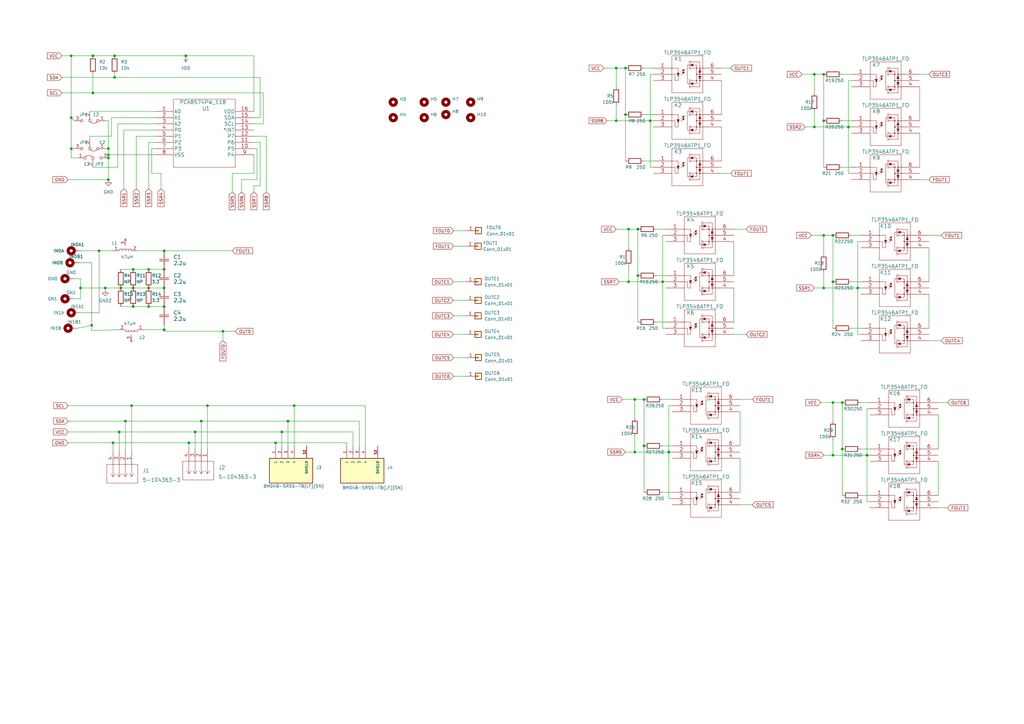
<source format=kicad_sch>
(kicad_sch (version 20230121) (generator eeschema)
  (paper "A3")
  (lib_symbols
    (symbol "5-104363-3:5-104363-3" (pin_names (offset 0.254) hide)
      (property "Reference" "J" (at 8.89 6.35 0))
      (property "Value" "5-104363-3" (at 10.16 -5.08 0))
      (symbol "5-104363-3_1_1"
        (pin unspecified line (at 0 0 0) (length 5.08) (name "1") (number "1"))
        (pin unspecified line (at 0 -2.54 0) (length 5.08) (name "2") (number "2"))
        (pin unspecified line (at 0 -5.08 0) (length 5.08) (name "3") (number "3"))
        (pin unspecified line (at 0 -7.62 0) (length 5.08) (name "4") (number "4"))
      )
    )
    (symbol "BM04B-SRSS-TB_LF__SN_:BM04B-SRSS-TB(LF)(SN)" (pin_names (offset 1.016))
      (property "Reference" "J" (at -5.08 10.795 0))
      (property "Value" "BM04B-SRSS-TB(LF)(SN)" (at -5.08 -10.16 0))
      (symbol "BM04B-SRSS-TB(LF)(SN)_0_0"
        (pin passive line (at -10.16 7.62 0) (length 5.08) (name "1") (number "1"))
        (pin passive line (at -10.16 5.08 0) (length 5.08) (name "2") (number "2"))
        (pin passive line (at -10.16 2.54 0) (length 5.08) (name "3") (number "3"))
        (pin passive line (at -10.16 0 0) (length 5.08) (name "4") (number "4"))
        (pin passive line (at -10.16 -5.08 0) (length 5.08) (name "SHIELD") (number "S1"))
        (pin passive line (at -10.16 -5.08 0) (length 5.08) (name "SHIELD") (number "S2"))
      )
    )
    (symbol "Connector_Generic:Conn_01x01" (pin_names (offset 1.016) hide)
      (property "Reference" "J" (at 0 2.54 0))
      (property "Value" "Conn_01x01" (at 0 -2.54 0))
      (symbol "Conn_01x01_1_1"
        (pin passive line (at -5.08 0 0) (length 3.81) (name "Pin_1") (number "1"))
      )
    )
    (symbol "Device:R" (pin_numbers hide) (pin_names (offset 0))
      (property "Reference" "R" (at 2.032 0 90))
      (property "Value" "R" (at 0 0 90))
      (symbol "R_1_1"
        (pin passive line (at 0 3.81 270) (length 1.27) (name "~") (number "1"))
        (pin passive line (at 0 -3.81 90) (length 1.27) (name "~") (number "2"))
      )
    )
    (symbol "ECW-F2395JA:ECW-F2395JA" (pin_numbers hide) (pin_names (offset 1.651) hide)
      (property "Reference" "C" (at 3.81 3.81 0))
      (property "Value" "ECW-F2395JA" (at 3.81 -7.62 0))
      (symbol "ECW-F2395JA_1_1"
        (pin unspecified line (at 0 0 0) (length 2.54) (name "1") (number "1"))
        (pin unspecified line (at 7.62 0 180) (length 2.54) (name "2") (number "2"))
      )
    )
    (symbol "Jumper:Jumper_3_Bridged12" (pin_names (offset 0) hide)
      (property "Reference" "JP" (at -2.54 -2.54 0))
      (property "Value" "Jumper_3_Bridged12" (at 0 2.794 0))
      (symbol "Jumper_3_Bridged12_1_1"
        (pin passive line (at -6.35 0 0) (length 2.54) (name "A") (number "1"))
        (pin passive line (at 0 -3.81 90) (length 2.54) (name "C") (number "2"))
        (pin passive line (at 6.35 0 180) (length 2.54) (name "B") (number "3"))
      )
    )
    (symbol "Mechanical:MountingHole" (pin_names (offset 1.016))
      (property "Reference" "H" (at 0 5.08 0))
      (property "Value" "MountingHole" (at 0 3.175 0))
    )
    (symbol "Mechanical:MountingHole_Pad" (pin_numbers hide) (pin_names (offset 1.016) hide)
      (property "Reference" "H" (at 0 6.35 0))
      (property "Value" "MountingHole_Pad" (at 0 4.445 0))
      (symbol "MountingHole_Pad_1_1"
        (pin input line (at 0 -2.54 90) (length 2.54) (name "1") (number "1"))
      )
    )
    (symbol "PCA8574PW_118:PCA8574PW_118" (pin_names (offset 0.254))
      (property "Reference" "U" (at 20.32 10.16 0))
      (property "Value" "PCA8574PW_118" (at 20.32 7.62 0))
      (symbol "PCA8574PW_118_1_1"
        (pin input line (at 0 0 0) (length 7.62) (name "A0") (number "1"))
        (pin bidirectional line (at 40.64 -15.24 180) (length 7.62) (name "P5") (number "10"))
        (pin bidirectional line (at 40.64 -12.7 180) (length 7.62) (name "P6") (number "11"))
        (pin bidirectional line (at 40.64 -10.16 180) (length 7.62) (name "P7") (number "12"))
        (pin output line (at 40.64 -7.62 180) (length 7.62) (name "*INT") (number "13"))
        (pin input line (at 40.64 -5.08 180) (length 7.62) (name "SCL") (number "14"))
        (pin bidirectional line (at 40.64 -2.54 180) (length 7.62) (name "SDA") (number "15"))
        (pin power_in line (at 40.64 0 180) (length 7.62) (name "VDD") (number "16"))
        (pin input line (at 0 -2.54 0) (length 7.62) (name "A1") (number "2"))
        (pin input line (at 0 -5.08 0) (length 7.62) (name "A2") (number "3"))
        (pin bidirectional line (at 0 -7.62 0) (length 7.62) (name "P0") (number "4"))
        (pin bidirectional line (at 0 -10.16 0) (length 7.62) (name "P1") (number "5"))
        (pin bidirectional line (at 0 -12.7 0) (length 7.62) (name "P2") (number "6"))
        (pin bidirectional line (at 0 -15.24 0) (length 7.62) (name "P3") (number "7"))
        (pin power_in line (at 0 -17.78 0) (length 7.62) (name "VSS") (number "8"))
        (pin bidirectional line (at 40.64 -17.78 180) (length 7.62) (name "P4") (number "9"))
      )
    )
    (symbol "TLP3546ATP1_FO:TLP3546ATP1_FO" (pin_names (offset 0.254) hide)
      (property "Reference" "K" (at 13.97 10.16 0))
      (property "Value" "TLP3546ATP1_FO" (at 13.97 7.62 0))
      (symbol "TLP3546ATP1_FO_1_1"
        (pin unspecified line (at 0 0 0) (length 7.62) (name "1") (number "1"))
        (pin unspecified line (at 0 -2.54 0) (length 7.62) (name "2") (number "2"))
        (pin unspecified line (at 0 -5.08 0) (length 7.62) (name "3") (number "3"))
        (pin unspecified line (at 27.94 -5.08 180) (length 7.62) (name "4") (number "4"))
        (pin unspecified line (at 27.94 -2.54 180) (length 7.62) (name "5") (number "5"))
        (pin unspecified line (at 27.94 0 180) (length 7.62) (name "6") (number "6"))
      )
    )
    (symbol "WE74443634700:WE74443634700"
      (property "Reference" "L" (at -1.778 3.556 0))
      (property "Value" "WE74443634700" (at 0.508 0.508 0))
      (symbol "WE74443634700_1_1"
        (pin passive line (at 5.08 -3.048 180) (length 2.54) (name "") (number "1"))
        (pin passive line (at -5.08 -3.048 0) (length 2.54) (name "") (number "2"))
        (pin no_connect line (at 0 -7.62 90) (length 2.54) (name "") (number "3"))
      )
    )
    (symbol "power:GND" (power) (pin_names (offset 0))
      (property "Value" "GND" (at 0 -3.81 0))
      (symbol "GND_1_1"
        (pin power_in line (at 0 0 270) (length 0) hide (name "GND") (number "1"))
      )
    )
    (symbol "power:GND2" (power) (pin_names (offset 0))
      (property "Value" "GND2" (at 0 -3.81 0))
      (symbol "GND2_1_1"
        (pin power_in line (at 0 0 270) (length 0) hide (name "GND2") (number "1"))
      )
    )
    (symbol "power:VDD" (power) (pin_names (offset 0))
      (property "Value" "VDD" (at 0 3.81 0))
      (symbol "VDD_1_1"
        (pin power_in line (at 0 0 90) (length 0) hide (name "VDD") (number "1"))
      )
    )
  )
  (junction (at 67.31 110.49))
  (junction (at 80.01 177.165))
  (junction (at 44.45 73.66))
  (junction (at 351.79 118.11))
  (junction (at 264.16 182.88))
  (junction (at 264.16 163.83))
  (junction (at 46.355 181.61))
  (junction (at 29.21 48.26))
  (junction (at 54.61 110.49))
  (junction (at 341.63 115.57))
  (junction (at 341.63 96.52))
  (junction (at 347.98 52.07))
  (junction (at 257.81 93.98))
  (junction (at 40.64 102.87))
  (junction (at 252.73 27.94))
  (junction (at 274.32 185.42))
  (junction (at 256.54 46.99))
  (junction (at 54.61 118.11))
  (junction (at 60.96 110.49))
  (junction (at 38.1 22.86))
  (junction (at 334.01 52.07))
  (junction (at 54.61 125.73))
  (junction (at 118.11 172.72))
  (junction (at 67.31 125.73))
  (junction (at 67.31 102.87))
  (junction (at 260.35 163.83))
  (junction (at 60.96 118.11))
  (junction (at 337.82 96.52))
  (junction (at 67.31 118.11))
  (junction (at 260.35 185.42))
  (junction (at 261.62 113.03))
  (junction (at 337.82 30.48))
  (junction (at 91.44 135.89))
  (junction (at 38.1 38.1))
  (junction (at 341.63 186.69))
  (junction (at 53.975 166.37))
  (junction (at 115.57 177.165))
  (junction (at 261.62 93.98))
  (junction (at 44.45 64.77))
  (junction (at 120.65 166.37))
  (junction (at 46.99 22.86))
  (junction (at 29.21 60.96))
  (junction (at 44.45 60.96))
  (junction (at 48.895 177.165))
  (junction (at 355.6 186.69))
  (junction (at 271.78 115.57))
  (junction (at 44.45 63.5))
  (junction (at 46.99 31.75))
  (junction (at 334.01 30.48))
  (junction (at 29.21 22.86))
  (junction (at 77.47 181.61))
  (junction (at 113.03 181.61))
  (junction (at 252.73 49.53))
  (junction (at 256.54 27.94))
  (junction (at 337.82 118.11))
  (junction (at 60.96 125.73))
  (junction (at 76.2 22.86))
  (junction (at 37.592 133.4262))
  (junction (at 266.7 49.53))
  (junction (at 341.63 165.1))
  (junction (at 51.435 172.72))
  (junction (at 33.02 118.11))
  (junction (at 345.44 184.15))
  (junction (at 337.82 49.53))
  (junction (at 345.44 165.1))
  (junction (at 82.55 172.72))
  (junction (at 67.31 135.255))
  (junction (at 85.09 166.37))
  (junction (at 257.81 115.57))
  (junction (at 49.53 118.11))
  (junction (at 43.18 118.11))
  (wire (pts (xy 48.768 135.255) (xy 37.592 135.5598)))
  (wire (pts (xy 53.975 166.37) (xy 85.09 166.37)))
  (wire (pts (xy 51.435 172.72) (xy 51.435 185.42)))
  (wire (pts (xy 54.61 118.11) (xy 60.96 118.11)))
  (wire (pts (xy 337.82 96.52) (xy 337.82 104.14)))
  (wire (pts (xy 107.95 38.1) (xy 107.95 50.8)))
  (wire (pts (xy 45.72 48.26) (xy 63.5 48.26)))
  (wire (pts (xy 295.91 27.94) (xy 299.72 27.94)))
  (wire (pts (xy 85.09 166.37) (xy 120.65 166.37)))
  (wire (pts (xy 185.928 123.19) (xy 191.008 123.19)))
  (wire (pts (xy 62.23 71.12) (xy 66.04 71.12)))
  (wire (pts (xy 33.02 102.87) (xy 40.64 102.87)))
  (wire (pts (xy 29.21 22.86) (xy 38.1 22.86)))
  (wire (pts (xy 120.65 166.37) (xy 149.86 166.37)))
  (wire (pts (xy 271.78 163.83) (xy 275.59 163.83)))
  (wire (pts (xy 355.6 167.64) (xy 356.87 167.64)))
  (wire (pts (xy 381 101.6) (xy 381 115.57)))
  (wire (pts (xy 349.25 96.52) (xy 353.06 96.52)))
  (wire (pts (xy 271.78 201.93) (xy 275.59 201.93)))
  (wire (pts (xy 38.1 68.58) (xy 48.26 68.58)))
  (wire (pts (xy 351.79 99.06) (xy 353.06 99.06)))
  (wire (pts (xy 63.5 58.42) (xy 60.96 58.42)))
  (wire (pts (xy 33.02 128.27) (xy 40.64 128.27)))
  (wire (pts (xy 252.73 27.94) (xy 252.73 35.56)))
  (wire (pts (xy 31.75 134.62) (xy 37.592 133.4262)))
  (wire (pts (xy 328.93 30.48) (xy 334.01 30.48)))
  (wire (pts (xy 46.99 31.75) (xy 106.68 31.75)))
  (wire (pts (xy 347.98 52.07) (xy 347.98 33.02)))
  (wire (pts (xy 27.94 166.37) (xy 53.975 166.37)))
  (wire (pts (xy 118.11 172.72) (xy 147.32 172.72)))
  (wire (pts (xy 303.53 163.83) (xy 308.61 163.83)))
  (wire (pts (xy 36.83 55.88) (xy 45.72 55.88)))
  (wire (pts (xy 46.355 181.61) (xy 77.47 181.61)))
  (wire (pts (xy 300.99 99.06) (xy 300.99 113.03)))
  (wire (pts (xy 255.27 163.83) (xy 260.35 163.83)))
  (wire (pts (xy 351.79 137.16) (xy 351.79 118.11)))
  (wire (pts (xy 269.24 132.08) (xy 273.05 132.08)))
  (wire (pts (xy 303.53 207.01) (xy 308.61 207.01)))
  (wire (pts (xy 261.62 113.03) (xy 261.62 132.08)))
  (wire (pts (xy 341.63 96.52) (xy 341.63 115.57)))
  (wire (pts (xy 62.23 60.96) (xy 63.5 60.96)))
  (wire (pts (xy 56.515 102.87) (xy 67.31 102.87)))
  (wire (pts (xy 334.01 30.48) (xy 334.01 38.1)))
  (wire (pts (xy 29.21 60.96) (xy 30.48 60.96)))
  (wire (pts (xy 264.16 46.99) (xy 267.97 46.99)))
  (wire (pts (xy 274.32 204.47) (xy 274.32 185.42)))
  (wire (pts (xy 104.14 58.42) (xy 106.68 58.42)))
  (wire (pts (xy 106.68 31.75) (xy 106.68 48.26)))
  (wire (pts (xy 341.63 165.1) (xy 345.44 165.1)))
  (wire (pts (xy 33.02 118.11) (xy 43.18 118.11)))
  (wire (pts (xy 43.18 60.96) (xy 44.45 60.96)))
  (wire (pts (xy 113.03 182.88) (xy 113.03 181.61)))
  (wire (pts (xy 254 115.57) (xy 257.81 115.57)))
  (wire (pts (xy 274.32 166.37) (xy 275.59 166.37)))
  (wire (pts (xy 25.4 31.75) (xy 46.99 31.75)))
  (wire (pts (xy 351.79 118.11) (xy 353.06 118.11)))
  (wire (pts (xy 105.41 73.66) (xy 99.06 73.66)))
  (wire (pts (xy 48.895 177.165) (xy 80.01 177.165)))
  (wire (pts (xy 345.44 49.53) (xy 349.25 49.53)))
  (wire (pts (xy 50.8 53.34) (xy 50.8 77.47)))
  (wire (pts (xy 384.81 170.18) (xy 384.81 184.15)))
  (wire (pts (xy 261.62 93.98) (xy 261.62 113.03)))
  (wire (pts (xy 51.435 172.72) (xy 82.55 172.72)))
  (wire (pts (xy 49.53 125.73) (xy 54.61 125.73)))
  (wire (pts (xy 67.31 133.35) (xy 67.31 135.255)))
  (wire (pts (xy 185.928 129.54) (xy 191.008 129.54)))
  (wire (pts (xy 144.78 177.165) (xy 144.78 182.88)))
  (wire (pts (xy 345.44 30.48) (xy 349.25 30.48)))
  (wire (pts (xy 269.24 113.03) (xy 273.05 113.03)))
  (wire (pts (xy 49.53 118.11) (xy 54.61 118.11)))
  (wire (pts (xy 37.592 107.7722) (xy 37.592 133.4262)))
  (wire (pts (xy 60.96 125.73) (xy 67.31 125.73)))
  (wire (pts (xy 353.06 184.15) (xy 356.87 184.15)))
  (wire (pts (xy 118.11 172.72) (xy 118.11 182.88)))
  (wire (pts (xy 252.73 49.53) (xy 266.7 49.53)))
  (wire (pts (xy 54.61 125.73) (xy 60.96 125.73)))
  (wire (pts (xy 80.01 177.165) (xy 115.57 177.165)))
  (wire (pts (xy 29.21 48.26) (xy 30.48 49.53)))
  (wire (pts (xy 353.06 203.2) (xy 356.87 203.2)))
  (wire (pts (xy 377.19 30.48) (xy 381 30.48)))
  (wire (pts (xy 115.57 177.165) (xy 144.78 177.165)))
  (wire (pts (xy 334.01 45.72) (xy 334.01 52.07)))
  (wire (pts (xy 185.928 115.57) (xy 191.008 115.57)))
  (wire (pts (xy 46.355 181.61) (xy 46.355 185.42)))
  (wire (pts (xy 44.45 63.5) (xy 44.45 64.77)))
  (wire (pts (xy 377.19 73.66) (xy 381 73.66)))
  (wire (pts (xy 349.25 115.57) (xy 353.06 115.57)))
  (wire (pts (xy 105.41 60.96) (xy 105.41 73.66)))
  (wire (pts (xy 274.32 185.42) (xy 275.59 185.42)))
  (wire (pts (xy 353.06 137.16) (xy 351.79 137.16)))
  (wire (pts (xy 267.97 68.58) (xy 266.7 68.58)))
  (wire (pts (xy 330.2 52.07) (xy 334.01 52.07)))
  (wire (pts (xy 186.055 94.615) (xy 191.135 94.615)))
  (wire (pts (xy 337.82 96.52) (xy 341.63 96.52)))
  (wire (pts (xy 341.63 180.34) (xy 341.63 186.69)))
  (wire (pts (xy 341.63 186.69) (xy 355.6 186.69)))
  (wire (pts (xy 381 120.65) (xy 381 134.62)))
  (wire (pts (xy 381 139.7) (xy 386.08 139.7)))
  (wire (pts (xy 345.44 184.15) (xy 345.44 203.2)))
  (wire (pts (xy 63.5 55.88) (xy 55.88 55.88)))
  (wire (pts (xy 30.48 122.555) (xy 33.02 122.555)))
  (wire (pts (xy 82.55 172.72) (xy 118.11 172.72)))
  (wire (pts (xy 104.14 71.12) (xy 95.25 71.12)))
  (wire (pts (xy 353.06 165.1) (xy 356.87 165.1)))
  (wire (pts (xy 67.31 135.89) (xy 91.44 135.89)))
  (wire (pts (xy 106.68 48.26) (xy 104.14 48.26)))
  (wire (pts (xy 337.82 186.69) (xy 341.63 186.69)))
  (wire (pts (xy 38.1 38.1) (xy 107.95 38.1)))
  (wire (pts (xy 257.81 93.98) (xy 257.81 101.6)))
  (wire (pts (xy 300.99 93.98) (xy 306.07 93.98)))
  (wire (pts (xy 303.53 187.96) (xy 303.53 201.93)))
  (wire (pts (xy 356.87 205.74) (xy 355.6 205.74)))
  (wire (pts (xy 115.57 177.165) (xy 115.57 182.88)))
  (wire (pts (xy 334.01 52.07) (xy 347.98 52.07)))
  (wire (pts (xy 66.04 71.12) (xy 66.04 77.47)))
  (wire (pts (xy 43.18 118.872) (xy 43.18 118.11)))
  (wire (pts (xy 337.82 30.48) (xy 337.82 49.53)))
  (wire (pts (xy 271.78 115.57) (xy 273.05 115.57)))
  (wire (pts (xy 266.7 49.53) (xy 267.97 49.53)))
  (wire (pts (xy 252.73 93.98) (xy 257.81 93.98)))
  (wire (pts (xy 256.54 46.99) (xy 256.54 66.04)))
  (wire (pts (xy 109.22 55.88) (xy 109.22 78.74)))
  (wire (pts (xy 271.78 96.52) (xy 273.05 96.52)))
  (wire (pts (xy 351.79 118.11) (xy 351.79 99.06)))
  (wire (pts (xy 67.31 135.255) (xy 67.31 135.89)))
  (wire (pts (xy 334.01 30.48) (xy 337.82 30.48)))
  (wire (pts (xy 106.68 58.42) (xy 106.68 76.2)))
  (wire (pts (xy 295.91 33.02) (xy 295.91 46.99)))
  (wire (pts (xy 266.7 30.48) (xy 267.97 30.48)))
  (wire (pts (xy 271.78 134.62) (xy 271.78 115.57)))
  (wire (pts (xy 49.53 110.49) (xy 54.61 110.49)))
  (wire (pts (xy 247.65 27.94) (xy 252.73 27.94)))
  (wire (pts (xy 381 96.52) (xy 386.08 96.52)))
  (wire (pts (xy 106.68 76.2) (xy 104.14 76.2)))
  (wire (pts (xy 274.32 185.42) (xy 274.32 166.37)))
  (wire (pts (xy 147.32 172.72) (xy 147.32 182.88)))
  (wire (pts (xy 40.64 102.87) (xy 46.355 102.87)))
  (wire (pts (xy 40.64 128.27) (xy 40.64 102.87)))
  (wire (pts (xy 347.98 52.07) (xy 349.25 52.07)))
  (wire (pts (xy 120.65 166.37) (xy 120.65 182.88)))
  (wire (pts (xy 33.02 118.11) (xy 33.02 122.555)))
  (wire (pts (xy 271.78 115.57) (xy 271.78 96.52)))
  (wire (pts (xy 60.96 110.49) (xy 67.31 110.49)))
  (wire (pts (xy 30.48 114.3) (xy 33.02 114.3)))
  (wire (pts (xy 271.78 182.88) (xy 275.59 182.88)))
  (wire (pts (xy 95.25 71.12) (xy 95.25 78.74)))
  (wire (pts (xy 334.01 118.11) (xy 337.82 118.11)))
  (wire (pts (xy 186.055 100.965) (xy 191.008 100.965)))
  (wire (pts (xy 77.47 181.61) (xy 77.47 184.15)))
  (wire (pts (xy 91.44 135.89) (xy 96.52 135.89)))
  (wire (pts (xy 43.18 118.11) (xy 49.53 118.11)))
  (wire (pts (xy 54.61 110.49) (xy 60.96 110.49)))
  (wire (pts (xy 384.81 189.23) (xy 384.81 203.2)))
  (wire (pts (xy 273.05 134.62) (xy 271.78 134.62)))
  (wire (pts (xy 345.44 165.1) (xy 345.44 184.15)))
  (wire (pts (xy 264.16 182.88) (xy 264.16 201.93)))
  (wire (pts (xy 48.895 177.165) (xy 27.94 177.165)))
  (wire (pts (xy 149.86 166.37) (xy 149.86 182.88)))
  (wire (pts (xy 104.14 63.5) (xy 104.14 71.12)))
  (wire (pts (xy 85.09 166.37) (xy 85.09 184.15)))
  (wire (pts (xy 355.6 186.69) (xy 356.87 186.69)))
  (wire (pts (xy 36.83 57.15) (xy 36.83 55.88)))
  (wire (pts (xy 44.45 60.96) (xy 44.45 63.5)))
  (wire (pts (xy 60.96 118.11) (xy 67.31 118.11)))
  (wire (pts (xy 377.19 35.56) (xy 377.19 49.53)))
  (wire (pts (xy 38.1 22.86) (xy 46.99 22.86)))
  (wire (pts (xy 260.35 185.42) (xy 274.32 185.42)))
  (wire (pts (xy 337.82 111.76) (xy 337.82 118.11)))
  (wire (pts (xy 63.5 53.34) (xy 50.8 53.34)))
  (wire (pts (xy 355.6 205.74) (xy 355.6 186.69)))
  (wire (pts (xy 33.02 114.3) (xy 33.02 118.11)))
  (wire (pts (xy 44.45 63.5) (xy 63.5 63.5)))
  (wire (pts (xy 337.82 118.11) (xy 351.79 118.11)))
  (wire (pts (xy 347.98 33.02) (xy 349.25 33.02)))
  (wire (pts (xy 27.94 181.61) (xy 46.355 181.61)))
  (wire (pts (xy 260.35 163.83) (xy 264.16 163.83)))
  (wire (pts (xy 264.16 66.04) (xy 267.97 66.04)))
  (wire (pts (xy 82.55 172.72) (xy 82.55 184.15)))
  (wire (pts (xy 186.055 146.685) (xy 191.135 146.685)))
  (wire (pts (xy 345.44 68.58) (xy 349.25 68.58)))
  (wire (pts (xy 44.45 64.77) (xy 44.45 73.66)))
  (wire (pts (xy 186.055 154.305) (xy 191.135 154.305)))
  (wire (pts (xy 48.895 177.165) (xy 48.895 185.42)))
  (wire (pts (xy 295.91 71.12) (xy 299.72 71.12)))
  (wire (pts (xy 48.26 50.8) (xy 63.5 50.8)))
  (wire (pts (xy 32.512 107.7722) (xy 37.592 107.7722)))
  (wire (pts (xy 275.59 204.47) (xy 274.32 204.47)))
  (wire (pts (xy 295.91 52.07) (xy 295.91 66.04)))
  (wire (pts (xy 25.4 22.86) (xy 29.21 22.86)))
  (wire (pts (xy 341.63 165.1) (xy 341.63 172.72)))
  (wire (pts (xy 260.35 163.83) (xy 260.35 171.45)))
  (wire (pts (xy 29.21 22.86) (xy 29.21 48.26)))
  (wire (pts (xy 384.81 165.1) (xy 388.62 165.1)))
  (wire (pts (xy 260.35 179.07) (xy 260.35 185.42)))
  (wire (pts (xy 332.74 96.52) (xy 337.82 96.52)))
  (wire (pts (xy 269.24 93.98) (xy 273.05 93.98)))
  (wire (pts (xy 55.88 55.88) (xy 55.88 77.47)))
  (wire (pts (xy 257.81 115.57) (xy 271.78 115.57)))
  (wire (pts (xy 248.92 49.53) (xy 252.73 49.53)))
  (wire (pts (xy 43.18 49.53) (xy 44.45 49.53)))
  (wire (pts (xy 45.72 55.88) (xy 45.72 48.26)))
  (wire (pts (xy 38.1 30.48) (xy 38.1 38.1)))
  (wire (pts (xy 76.2 22.86) (xy 46.99 22.86)))
  (wire (pts (xy 377.19 54.61) (xy 377.19 68.58)))
  (wire (pts (xy 252.73 43.18) (xy 252.73 49.53)))
  (wire (pts (xy 142.24 182.88) (xy 142.24 181.61)))
  (wire (pts (xy 104.14 22.86) (xy 76.2 22.86)))
  (wire (pts (xy 37.592 133.4262) (xy 37.592 135.5598)))
  (wire (pts (xy 29.21 48.26) (xy 29.21 60.96)))
  (wire (pts (xy 252.73 27.94) (xy 256.54 27.94)))
  (wire (pts (xy 46.99 30.48) (xy 46.99 31.75)))
  (wire (pts (xy 266.7 68.58) (xy 266.7 49.53)))
  (wire (pts (xy 48.26 68.58) (xy 48.26 50.8)))
  (wire (pts (xy 80.01 184.15) (xy 80.01 177.165)))
  (wire (pts (xy 355.6 186.69) (xy 355.6 167.64)))
  (wire (pts (xy 341.63 115.57) (xy 341.63 134.62)))
  (wire (pts (xy 257.81 109.22) (xy 257.81 115.57)))
  (wire (pts (xy 300.99 137.16) (xy 306.07 137.16)))
  (wire (pts (xy 347.98 71.12) (xy 347.98 52.07)))
  (wire (pts (xy 185.928 137.16) (xy 191.008 137.16)))
  (wire (pts (xy 62.23 60.96) (xy 62.23 71.12)))
  (wire (pts (xy 27.94 172.72) (xy 51.435 172.72)))
  (wire (pts (xy 384.81 208.28) (xy 388.62 208.28)))
  (wire (pts (xy 36.83 45.72) (xy 63.5 45.72)))
  (wire (pts (xy 256.54 27.94) (xy 256.54 46.99)))
  (wire (pts (xy 25.4 38.1) (xy 38.1 38.1)))
  (wire (pts (xy 99.06 73.66) (xy 99.06 78.74)))
  (wire (pts (xy 31.75 64.77) (xy 29.21 64.77)))
  (wire (pts (xy 142.24 181.61) (xy 113.03 181.61)))
  (wire (pts (xy 107.95 50.8) (xy 104.14 50.8)))
  (wire (pts (xy 256.54 185.42) (xy 260.35 185.42)))
  (wire (pts (xy 91.44 135.89) (xy 91.44 139.7)))
  (wire (pts (xy 104.14 22.86) (xy 104.14 45.72)))
  (wire (pts (xy 257.81 93.98) (xy 261.62 93.98)))
  (wire (pts (xy 104.14 55.88) (xy 109.22 55.88)))
  (wire (pts (xy 29.21 64.77) (xy 29.21 60.96)))
  (wire (pts (xy 77.47 181.61) (xy 113.03 181.61)))
  (wire (pts (xy 337.82 49.53) (xy 337.82 68.58)))
  (wire (pts (xy 336.55 165.1) (xy 341.63 165.1)))
  (wire (pts (xy 300.99 118.11) (xy 300.99 132.08)))
  (wire (pts (xy 27.94 73.66) (xy 44.45 73.66)))
  (wire (pts (xy 349.25 71.12) (xy 347.98 71.12)))
  (wire (pts (xy 264.16 163.83) (xy 264.16 182.88)))
  (wire (pts (xy 266.7 49.53) (xy 266.7 30.48)))
  (wire (pts (xy 104.14 76.2) (xy 104.14 78.74)))
  (wire (pts (xy 104.14 60.96) (xy 105.41 60.96)))
  (wire (pts (xy 349.25 134.62) (xy 353.06 134.62)))
  (wire (pts (xy 67.31 102.87) (xy 95.25 102.87)))
  (wire (pts (xy 264.16 27.94) (xy 267.97 27.94)))
  (wire (pts (xy 44.45 49.53) (xy 44.45 60.96)))
  (wire (pts (xy 60.96 58.42) (xy 60.96 77.47)))
  (wire (pts (xy 53.975 166.37) (xy 53.975 185.42)))
  (wire (pts (xy 303.53 168.91) (xy 303.53 182.88)))
  (wire (pts (xy 58.928 135.255) (xy 67.31 135.255)))
  (global_label "VCC" (shape input) (at 27.94 177.165 180) (property "Intersheetrefs" "${INTERSHEET_REFS}" (effects hide)))
  (global_label "SCL" (shape input) (at 25.4 38.1 180) (property "Intersheetrefs" "${INTERSHEET_REFS}" (effects hide)))
  (global_label "FOUT0" (shape input) (at 186.055 94.615 180) (property "Intersheetrefs" "${INTERSHEET_REFS}" (effects hide)))
  (global_label "SSR7" (shape input) (at 104.14 78.74 270) (property "Intersheetrefs" "${INTERSHEET_REFS}" (effects hide)))
  (global_label "VCC" (shape input) (at 25.4 22.86 180) (property "Intersheetrefs" "${INTERSHEET_REFS}" (effects hide)))
  (global_label "OUTC4" (shape input) (at 185.928 137.16 180) (property "Intersheetrefs" "${INTERSHEET_REFS}" (effects hide)))
  (global_label "SSR6" (shape input) (at 99.06 78.74 270) (property "Intersheetrefs" "${INTERSHEET_REFS}" (effects hide)))
  (global_label "VCC" (shape input) (at 328.93 30.48 180) (property "Intersheetrefs" "${INTERSHEET_REFS}" (effects hide)))
  (global_label "FOUT0" (shape input) (at 91.44 139.7 270) (property "Intersheetrefs" "${INTERSHEET_REFS}" (effects hide)))
  (global_label "SDA" (shape input) (at 27.94 172.72 180) (property "Intersheetrefs" "${INTERSHEET_REFS}" (effects hide)))
  (global_label "OUTC2" (shape input) (at 185.928 123.19 180) (property "Intersheetrefs" "${INTERSHEET_REFS}" (effects hide)))
  (global_label "SCL" (shape input) (at 27.94 166.37 180) (property "Intersheetrefs" "${INTERSHEET_REFS}" (effects hide)))
  (global_label "VCC" (shape input) (at 247.65 27.94 180) (property "Intersheetrefs" "${INTERSHEET_REFS}" (effects hide)))
  (global_label "OUTC6" (shape input) (at 186.055 154.305 180) (property "Intersheetrefs" "${INTERSHEET_REFS}" (effects hide)))
  (global_label "GND" (shape input) (at 27.94 73.66 180) (property "Intersheetrefs" "${INTERSHEET_REFS}" (effects hide)))
  (global_label "SSR4" (shape input) (at 66.04 77.47 270) (property "Intersheetrefs" "${INTERSHEET_REFS}" (effects hide)))
  (global_label "OUTC2" (shape input) (at 306.07 137.16 0) (property "Intersheetrefs" "${INTERSHEET_REFS}" (effects hide)))
  (global_label "VCC" (shape input) (at 332.74 96.52 180) (property "Intersheetrefs" "${INTERSHEET_REFS}" (effects hide)))
  (global_label "GND" (shape input) (at 27.94 181.61 180) (property "Intersheetrefs" "${INTERSHEET_REFS}" (effects hide)))
  (global_label "OUTC1" (shape input) (at 299.72 27.94 0) (property "Intersheetrefs" "${INTERSHEET_REFS}" (effects hide)))
  (global_label "SSR2" (shape input) (at 330.2 52.07 180) (property "Intersheetrefs" "${INTERSHEET_REFS}" (effects hide)))
  (global_label "SSR5" (shape input) (at 95.25 78.74 270) (property "Intersheetrefs" "${INTERSHEET_REFS}" (effects hide)))
  (global_label "SSR5" (shape input) (at 256.54 185.42 180) (property "Intersheetrefs" "${INTERSHEET_REFS}" (effects hide)))
  (global_label "FOUT1" (shape input) (at 306.07 93.98 0) (property "Intersheetrefs" "${INTERSHEET_REFS}" (effects hide)))
  (global_label "OUTC6" (shape input) (at 388.62 165.1 0) (property "Intersheetrefs" "${INTERSHEET_REFS}" (effects hide)))
  (global_label "VCC" (shape input) (at 336.55 165.1 180) (property "Intersheetrefs" "${INTERSHEET_REFS}" (effects hide)))
  (global_label "VCC" (shape input) (at 255.27 163.83 180) (property "Intersheetrefs" "${INTERSHEET_REFS}" (effects hide)))
  (global_label "OUTC3" (shape input) (at 185.928 129.54 180) (property "Intersheetrefs" "${INTERSHEET_REFS}" (effects hide)))
  (global_label "OUT0" (shape input) (at 96.52 135.89 0) (property "Intersheetrefs" "${INTERSHEET_REFS}" (effects hide)))
  (global_label "FOUT1" (shape input) (at 388.62 208.28 0) (property "Intersheetrefs" "${INTERSHEET_REFS}" (effects hide)))
  (global_label "OUTC5" (shape input) (at 186.055 146.685 180) (property "Intersheetrefs" "${INTERSHEET_REFS}" (effects hide)))
  (global_label "FOUT1" (shape input) (at 381 73.66 0) (property "Intersheetrefs" "${INTERSHEET_REFS}" (effects hide)))
  (global_label "FOUT1" (shape input) (at 308.61 163.83 0) (property "Intersheetrefs" "${INTERSHEET_REFS}" (effects hide)))
  (global_label "SSR1" (shape input) (at 50.8 77.47 270) (property "Intersheetrefs" "${INTERSHEET_REFS}" (effects hide)))
  (global_label "SSR8" (shape input) (at 109.22 78.74 270) (property "Intersheetrefs" "${INTERSHEET_REFS}" (effects hide)))
  (global_label "SSR3" (shape input) (at 60.96 77.47 270) (property "Intersheetrefs" "${INTERSHEET_REFS}" (effects hide)))
  (global_label "SSR7" (shape input) (at 254 115.57 180) (property "Intersheetrefs" "${INTERSHEET_REFS}" (effects hide)))
  (global_label "VCC" (shape input) (at 252.73 93.98 180) (property "Intersheetrefs" "${INTERSHEET_REFS}" (effects hide)))
  (global_label "FOUT1" (shape input) (at 186.055 100.965 180) (property "Intersheetrefs" "${INTERSHEET_REFS}" (effects hide)))
  (global_label "OUTC1" (shape input) (at 185.928 115.57 180) (property "Intersheetrefs" "${INTERSHEET_REFS}" (effects hide)))
  (global_label "FOUT1" (shape input) (at 95.25 102.87 0) (property "Intersheetrefs" "${INTERSHEET_REFS}" (effects hide)))
  (global_label "FOUT1" (shape input) (at 299.72 71.12 0) (property "Intersheetrefs" "${INTERSHEET_REFS}" (effects hide)))
  (global_label "OUTC5" (shape input) (at 308.61 207.01 0) (property "Intersheetrefs" "${INTERSHEET_REFS}" (effects hide)))
  (global_label "SSR2" (shape input) (at 55.88 77.47 270) (property "Intersheetrefs" "${INTERSHEET_REFS}" (effects hide)))
  (global_label "SSR8" (shape input) (at 248.92 49.53 180) (property "Intersheetrefs" "${INTERSHEET_REFS}" (effects hide)))
  (global_label "SDA" (shape input) (at 25.4 31.75 180) (property "Intersheetrefs" "${INTERSHEET_REFS}" (effects hide)))
  (global_label "FOUT1" (shape input) (at 386.08 96.52 0) (property "Intersheetrefs" "${INTERSHEET_REFS}" (effects hide)))
  (global_label "SSR1" (shape input) (at 334.01 118.11 180) (property "Intersheetrefs" "${INTERSHEET_REFS}" (effects hide)))
  (global_label "OUTC3" (shape input) (at 381 30.48 0) (property "Intersheetrefs" "${INTERSHEET_REFS}" (effects hide)))
  (global_label "OUTC4" (shape input) (at 386.08 139.7 0) (property "Intersheetrefs" "${INTERSHEET_REFS}" (effects hide)))
  (global_label "SSR4" (shape input) (at 337.82 186.69 180) (property "Intersheetrefs" "${INTERSHEET_REFS}" (effects hide)))
  (symbol (lib_id "Device:R") (at 260.35 27.94 90) (unit 1)
    (property "Reference" "R7" (at 259.08 30.48 90))
    (property "Value" "250" (at 262.89 30.48 90))
    (property "Footprint" "Resistor_SMD:R_0805_2012Metric" (effects hide))
  )
  (symbol (lib_id "Mechanical:MountingHole_Pad") (at 30.48 102.87 90) (unit 1)
    (property "Reference" "IN0A1" (at 31.75 100.33 90))
    (property "Value" "IN0A" (at 24.13 102.87 90))
    (property "Footprint" "Connector_Wire:SolderWire-0.75sqmm_1x01_D1.25mm_OD2.3mm" (effects hide))
  )
  (symbol (lib_id "ECW-F2395JA:ECW-F2395JA") (at 67.31 118.11 90) (unit 1)
    (property "Reference" "C2" (at 71.12 113.03 90) (effects (font (size 1.524 1.524)) (justify right)))
    (property "Value" "2.2u" (at 71.12 115.57 90) (effects (font (size 1.524 1.524)) (justify right)))
    (property "Footprint" "library_components:ECW-F2395JA" (effects hide))
  )
  (symbol (lib_id "Device:R") (at 260.35 66.04 90) (unit 1)
    (property "Reference" "R9" (at 257.81 68.58 90))
    (property "Value" "250" (at 262.89 68.58 90))
    (property "Footprint" "Resistor_SMD:R_0805_2012Metric" (effects hide))
  )
  (symbol (lib_id "TLP3546ATP1_FO:TLP3546ATP1_FO") (at 275.59 182.88 0) (unit 1)
    (property "Reference" "K14" (at 285.75 179.07 0) (effects (font (size 1.524 1.524))))
    (property "Value" "TLP3546ATP1_FO" (at 289.56 176.53 0) (effects (font (size 1.524 1.524))))
    (property "Footprint" "library_components:TLP3546ATP1_FO" (effects hide))
  )
  (symbol (lib_id "TLP3546ATP1_FO:TLP3546ATP1_FO") (at 267.97 46.99 0) (unit 1)
    (property "Reference" "K2" (at 278.13 43.18 0) (effects (font (size 1.524 1.524))))
    (property "Value" "TLP3546ATP1_FO" (at 281.94 40.64 0) (effects (font (size 1.524 1.524))))
    (property "Footprint" "library_components:TLP3546ATP1_FO" (effects hide))
  )
  (symbol (lib_id "Device:R") (at 267.97 182.88 90) (unit 1)
    (property "Reference" "R27" (at 266.7 185.42 90))
    (property "Value" "250" (at 270.51 185.42 90))
    (property "Footprint" "Resistor_SMD:R_0805_2012Metric" (effects hide))
  )
  (symbol (lib_id "TLP3546ATP1_FO:TLP3546ATP1_FO") (at 353.06 96.52 0) (unit 1)
    (property "Reference" "K10" (at 363.22 92.71 0) (effects (font (size 1.524 1.524))))
    (property "Value" "TLP3546ATP1_FO" (at 367.03 90.17 0) (effects (font (size 1.524 1.524))))
    (property "Footprint" "library_components:TLP3546ATP1_FO" (effects hide))
  )
  (symbol (lib_id "Device:R") (at 349.25 165.1 90) (unit 1)
    (property "Reference" "R30" (at 347.98 167.64 90))
    (property "Value" "250" (at 351.79 167.64 90))
    (property "Footprint" "Resistor_SMD:R_0805_2012Metric" (effects hide))
  )
  (symbol (lib_id "Device:R") (at 349.25 203.2 90) (unit 1)
    (property "Reference" "R32" (at 346.71 205.74 90))
    (property "Value" "250" (at 351.79 205.74 90))
    (property "Footprint" "Resistor_SMD:R_0805_2012Metric" (effects hide))
  )
  (symbol (lib_id "Mechanical:MountingHole_Pad") (at 29.21 134.62 90) (unit 1)
    (property "Reference" "IN1B1" (at 30.48 132.08 90))
    (property "Value" "IN1B" (at 22.86 134.62 90))
    (property "Footprint" "Connector_Wire:SolderWire-0.75sqmm_1x01_D1.25mm_OD2.3mm" (effects hide))
  )
  (symbol (lib_id "Device:R") (at 345.44 115.57 90) (unit 1)
    (property "Reference" "R23" (at 344.17 118.11 90))
    (property "Value" "250" (at 347.98 118.11 90))
    (property "Footprint" "Resistor_SMD:R_0805_2012Metric" (effects hide))
  )
  (symbol (lib_id "TLP3546ATP1_FO:TLP3546ATP1_FO") (at 267.97 66.04 0) (unit 1)
    (property "Reference" "K3" (at 278.13 62.23 0) (effects (font (size 1.524 1.524))))
    (property "Value" "TLP3546ATP1_FO" (at 281.94 59.69 0) (effects (font (size 1.524 1.524))))
    (property "Footprint" "library_components:TLP3546ATP1_FO" (effects hide))
  )
  (symbol (lib_id "Connector_Generic:Conn_01x01") (at 196.215 146.685 0) (unit 1)
    (property "Reference" "OUTC5" (at 198.755 145.4149 0) (effects (justify left)))
    (property "Value" "Conn_01x01" (at 198.755 147.9549 0) (effects (justify left)))
    (property "Footprint" "Connector_Wire:SolderWire-1sqmm_1x01_D1.4mm_OD2.7mm" (effects hide))
  )
  (symbol (lib_id "PCA8574PW_118:PCA8574PW_118") (at 63.5 45.72 0) (unit 1)
    (property "Reference" "U1" (at 84.455 44.45 0) (effects (font (size 1.524 1.524))))
    (property "Value" "PCA8574PW_118" (at 83.185 41.91 0) (effects (font (size 1.524 1.524))))
    (property "Footprint" "library_components:PCA8574PW_118" (effects hide))
  )
  (symbol (lib_id "Device:R") (at 265.43 132.08 90) (unit 1)
    (property "Reference" "R16" (at 262.89 134.62 90))
    (property "Value" "250" (at 267.97 134.62 90))
    (property "Footprint" "Resistor_SMD:R_0805_2012Metric" (effects hide))
  )
  (symbol (lib_id "Mechanical:MountingHole") (at 173.99 48.26 0) (unit 1)
    (property "Reference" "H6" (at 176.53 46.9899 0) (effects (justify left)))
    (property "Value" " " (at 176.53 49.5299 0) (effects (justify left)))
    (property "Footprint" "MountingHole:MountingHole_2.7mm" (effects hide))
  )
  (symbol (lib_id "Device:R") (at 349.25 184.15 90) (unit 1)
    (property "Reference" "R31" (at 347.98 186.69 90))
    (property "Value" "250" (at 351.79 186.69 90))
    (property "Footprint" "Resistor_SMD:R_0805_2012Metric" (effects hide))
  )
  (symbol (lib_id "TLP3546ATP1_FO:TLP3546ATP1_FO") (at 356.87 184.15 0) (unit 1)
    (property "Reference" "K17" (at 367.03 180.34 0) (effects (font (size 1.524 1.524))))
    (property "Value" "TLP3546ATP1_FO" (at 370.84 177.8 0) (effects (font (size 1.524 1.524))))
    (property "Footprint" "library_components:TLP3546ATP1_FO" (effects hide))
  )
  (symbol (lib_id "Device:R") (at 341.63 49.53 90) (unit 1)
    (property "Reference" "R20" (at 340.36 52.07 90))
    (property "Value" "250" (at 344.17 52.07 90))
    (property "Footprint" "Resistor_SMD:R_0805_2012Metric" (effects hide))
  )
  (symbol (lib_id "Connector_Generic:Conn_01x01") (at 196.088 123.19 0) (unit 1)
    (property "Reference" "OUTC2" (at 198.628 121.9199 0) (effects (justify left)))
    (property "Value" "Conn_01x01" (at 198.628 124.4599 0) (effects (justify left)))
    (property "Footprint" "Connector_Wire:SolderWire-1sqmm_1x01_D1.4mm_OD2.7mm" (effects hide))
  )
  (symbol (lib_id "Device:R") (at 337.82 107.95 180) (unit 1)
    (property "Reference" "R18" (at 334.01 107.95 0) (effects (justify right)))
    (property "Value" "100k" (at 332.105 110.49 0) (effects (justify right)))
    (property "Footprint" "Resistor_SMD:R_0805_2012Metric" (effects hide))
  )
  (symbol (lib_id "Device:R") (at 341.63 30.48 90) (unit 1)
    (property "Reference" "R19" (at 340.36 33.02 90))
    (property "Value" "250" (at 344.17 33.02 90))
    (property "Footprint" "Resistor_SMD:R_0805_2012Metric" (effects hide))
  )
  (symbol (lib_id "Connector_Generic:Conn_01x01") (at 196.215 154.305 0) (unit 1)
    (property "Reference" "OUTC6" (at 198.755 153.0349 0) (effects (justify left)))
    (property "Value" "Conn_01x01" (at 198.755 155.5749 0) (effects (justify left)))
    (property "Footprint" "Connector_Wire:SolderWire-1sqmm_1x01_D1.4mm_OD2.7mm" (effects hide))
  )
  (symbol (lib_id "Jumper:Jumper_3_Bridged12") (at 36.83 49.53 180) (unit 1)
    (property "Reference" "JP1" (at 34.29 46.99 0))
    (property "Value" "12" (at 39.37 46.99 0))
    (property "Footprint" "Jumper:SolderJumper-3_P1.3mm_Bridged12_Pad1.0x1.5mm" (effects hide))
  )
  (symbol (lib_id "Mechanical:MountingHole") (at 193.04 41.91 0) (unit 1)
    (property "Reference" "H9" (at 195.58 40.6399 0) (effects (justify left)))
    (property "Value" " " (at 195.58 43.1799 0) (effects (justify left)))
    (property "Footprint" "MountingHole:MountingHole_2.7mm_M2.5" (effects hide))
  )
  (symbol (lib_id "Device:R") (at 345.44 96.52 90) (unit 1)
    (property "Reference" "R22" (at 344.17 99.06 90))
    (property "Value" "250" (at 347.98 99.06 90))
    (property "Footprint" "Resistor_SMD:R_0805_2012Metric" (effects hide))
  )
  (symbol (lib_id "Device:R") (at 38.1 26.67 180) (unit 1)
    (property "Reference" "R2" (at 40.64 25.3999 0) (effects (justify right)))
    (property "Value" "10k" (at 40.64 27.94 0) (effects (justify right)))
    (property "Footprint" "Resistor_SMD:R_0805_2012Metric" (effects hide))
  )
  (symbol (lib_id "Mechanical:MountingHole") (at 193.04 48.26 0) (unit 1)
    (property "Reference" "H10" (at 195.58 46.9899 0) (effects (justify left)))
    (property "Value" " " (at 195.58 49.5299 0) (effects (justify left)))
    (property "Footprint" "MountingHole:MountingHole_2.7mm_M2.5" (effects hide))
  )
  (symbol (lib_id "Device:R") (at 46.99 26.67 180) (unit 1)
    (property "Reference" "R3" (at 49.53 25.3999 0) (effects (justify right)))
    (property "Value" "10k" (at 49.53 27.9399 0) (effects (justify right)))
    (property "Footprint" "Resistor_SMD:R_0805_2012Metric" (effects hide))
  )
  (symbol (lib_id "Connector_Generic:Conn_01x01") (at 196.088 129.54 0) (unit 1)
    (property "Reference" "OUTC3" (at 198.628 128.2699 0) (effects (justify left)))
    (property "Value" "Conn_01x01" (at 198.628 130.8099 0) (effects (justify left)))
    (property "Footprint" "Connector_Wire:SolderWire-1sqmm_1x01_D1.4mm_OD2.7mm" (effects hide))
  )
  (symbol (lib_id "power:VDD") (at 76.2 22.86 180) (unit 1)
    (property "Reference" "#PWR01" (effects hide))
    (property "Value" "VDD" (at 76.2 27.94 0))
  )
  (symbol (lib_id "ECW-F2395JA:ECW-F2395JA") (at 67.31 133.35 90) (unit 1)
    (property "Reference" "C4" (at 71.12 128.27 90) (effects (font (size 1.524 1.524)) (justify right)))
    (property "Value" "2.2u" (at 71.12 130.81 90) (effects (font (size 1.524 1.524)) (justify right)))
    (property "Footprint" "library_components:ECW-F2395JA" (effects hide))
  )
  (symbol (lib_id "Device:R") (at 54.61 121.92 0) (unit 1)
    (property "Reference" "R13" (at 55.88 120.65 0) (effects (justify left)))
    (property "Value" "NP" (at 55.88 123.19 0) (effects (justify left)))
    (property "Footprint" "Resistor_SMD:R_0805_2012Metric" (effects hide))
  )
  (symbol (lib_id "WE74443634700:WE74443634700") (at 53.848 132.207 0) (unit 1)
    (property "Reference" "L2" (at 58.293 138.43 0))
    (property "Value" "47uH" (at 53.213 132.715 0))
    (property "Footprint" "library_components:WE74443634700" (effects hide))
  )
  (symbol (lib_id "TLP3546ATP1_FO:TLP3546ATP1_FO") (at 267.97 27.94 0) (unit 1)
    (property "Reference" "K1" (at 278.13 24.13 0) (effects (font (size 1.524 1.524))))
    (property "Value" "TLP3546ATP1_FO" (at 281.94 21.59 0) (effects (font (size 1.524 1.524))))
    (property "Footprint" "library_components:TLP3546ATP1_FO" (effects hide))
  )
  (symbol (lib_id "TLP3546ATP1_FO:TLP3546ATP1_FO") (at 275.59 163.83 0) (unit 1)
    (property "Reference" "K13" (at 285.75 160.02 0) (effects (font (size 1.524 1.524))))
    (property "Value" "TLP3546ATP1_FO" (at 289.56 157.48 0) (effects (font (size 1.524 1.524))))
    (property "Footprint" "library_components:TLP3546ATP1_FO" (effects hide))
  )
  (symbol (lib_id "Mechanical:MountingHole_Pad") (at 27.94 114.3 90) (unit 1)
    (property "Reference" "GN0" (at 29.21 111.76 90))
    (property "Value" "GN0" (at 21.59 114.3 90))
    (property "Footprint" "Connector_Wire:SolderWire-0.75sqmm_1x01_D1.25mm_OD2.3mm" (effects hide))
  )
  (symbol (lib_id "BM04B-SRSS-TB_LF__SN_:BM04B-SRSS-TB(LF)(SN)") (at 120.65 193.04 90) (mirror x) (unit 1)
    (property "Reference" "J3" (at 129.54 191.7699 90) (effects (justify right)))
    (property "Value" "BM04B-SRSS-TB(LF)(SN)" (at 107.95 199.39 90) (effects (justify right)))
    (property "Footprint" "library_components:CONN_BM04B-SRSS-TB(LF)(SN)" (effects hide))
    (property "MANUFACTURER" "JST" (effects hide))
    (property "PARTREV" "N/A" (effects hide))
    (property "STANDARD" "Manufacturer Recommendations" (effects hide))
  )
  (symbol (lib_id "BM04B-SRSS-TB_LF__SN_:BM04B-SRSS-TB(LF)(SN)") (at 149.86 193.04 90) (mirror x) (unit 1)
    (property "Reference" "J4" (at 158.75 191.7699 90) (effects (justify right)))
    (property "Value" "BM04B-SRSS-TB(LF)(SN)" (at 140.335 200.025 90) (effects (justify right)))
    (property "Footprint" "library_components:CONN_BM04B-SRSS-TB(LF)(SN)" (effects hide))
    (property "MANUFACTURER" "JST" (effects hide))
    (property "PARTREV" "N/A" (effects hide))
    (property "STANDARD" "Manufacturer Recommendations" (effects hide))
  )
  (symbol (lib_id "Device:R") (at 60.96 114.3 0) (unit 1)
    (property "Reference" "R12" (at 62.23 113.03 0) (effects (justify left)))
    (property "Value" "3.3" (at 62.23 115.57 0) (effects (justify left)))
    (property "Footprint" "Resistor_SMD:R_2512_6332Metric" (effects hide))
  )
  (symbol (lib_id "Mechanical:MountingHole") (at 173.99 41.91 0) (unit 1)
    (property "Reference" "H5" (at 176.53 40.6399 0) (effects (justify left)))
    (property "Value" " " (at 176.53 43.1799 0) (effects (justify left)))
    (property "Footprint" "MountingHole:MountingHole_2.7mm" (effects hide))
  )
  (symbol (lib_id "Device:R") (at 267.97 201.93 90) (unit 1)
    (property "Reference" "R28" (at 265.43 204.47 90))
    (property "Value" "250" (at 270.51 204.47 90))
    (property "Footprint" "Resistor_SMD:R_0805_2012Metric" (effects hide))
  )
  (symbol (lib_id "Connector_Generic:Conn_01x01") (at 196.088 137.16 0) (unit 1)
    (property "Reference" "OUTC4" (at 198.628 135.8899 0) (effects (justify left)))
    (property "Value" "Conn_01x01" (at 198.628 138.4299 0) (effects (justify left)))
    (property "Footprint" "Connector_Wire:SolderWire-1sqmm_1x01_D1.4mm_OD2.7mm" (effects hide))
  )
  (symbol (lib_id "TLP3546ATP1_FO:TLP3546ATP1_FO") (at 349.25 49.53 0) (unit 1)
    (property "Reference" "K8" (at 359.41 45.72 0) (effects (font (size 1.524 1.524))))
    (property "Value" "TLP3546ATP1_FO" (at 363.22 43.18 0) (effects (font (size 1.524 1.524))))
    (property "Footprint" "library_components:TLP3546ATP1_FO" (effects hide))
  )
  (symbol (lib_id "power:GND") (at 44.45 73.66 0) (unit 1)
    (property "Reference" "#PWR02" (effects hide))
    (property "Value" "GND" (at 44.45 78.74 0))
  )
  (symbol (lib_id "TLP3546ATP1_FO:TLP3546ATP1_FO") (at 349.25 30.48 0) (unit 1)
    (property "Reference" "K7" (at 359.41 26.67 0) (effects (font (size 1.524 1.524))))
    (property "Value" "TLP3546ATP1_FO" (at 363.22 24.13 0) (effects (font (size 1.524 1.524))))
    (property "Footprint" "library_components:TLP3546ATP1_FO" (effects hide))
  )
  (symbol (lib_id "ECW-F2395JA:ECW-F2395JA") (at 67.31 110.49 90) (unit 1)
    (property "Reference" "C1" (at 71.12 105.41 90) (effects (font (size 1.524 1.524)) (justify right)))
    (property "Value" "2.2u" (at 71.12 107.95 90) (effects (font (size 1.524 1.524)) (justify right)))
    (property "Footprint" "library_components:ECW-F2395JA" (effects hide))
  )
  (symbol (lib_id "Device:R") (at 257.81 105.41 180) (unit 1)
    (property "Reference" "R1" (at 254 105.41 0) (effects (justify right)))
    (property "Value" "100k" (at 252.095 107.95 0) (effects (justify right)))
    (property "Footprint" "Resistor_SMD:R_0805_2012Metric" (effects hide))
  )
  (symbol (lib_id "5-104363-3:5-104363-3") (at 85.09 184.15 270) (unit 1)
    (property "Reference" "J2" (at 89.535 191.77 90) (effects (font (size 1.524 1.524)) (justify left)))
    (property "Value" "5-104363-3" (at 89.535 195.58 90) (effects (font (size 1.524 1.524)) (justify left)))
    (property "Footprint" "library_components:5-104363-3" (effects hide))
  )
  (symbol (lib_id "Device:R") (at 334.01 41.91 180) (unit 1)
    (property "Reference" "R17" (at 330.2 41.91 0) (effects (justify right)))
    (property "Value" "100k" (at 328.295 44.45 0) (effects (justify right)))
    (property "Footprint" "Resistor_SMD:R_0805_2012Metric" (effects hide))
  )
  (symbol (lib_id "Device:R") (at 252.73 39.37 180) (unit 1)
    (property "Reference" "R5" (at 248.92 39.37 0) (effects (justify right)))
    (property "Value" "100k" (at 247.015 41.91 0) (effects (justify right)))
    (property "Footprint" "Resistor_SMD:R_0805_2012Metric" (effects hide))
  )
  (symbol (lib_id "ECW-F2395JA:ECW-F2395JA") (at 67.31 125.73 90) (unit 1)
    (property "Reference" "C3" (at 71.12 120.65 90) (effects (font (size 1.524 1.524)) (justify right)))
    (property "Value" "2.2u" (at 71.12 123.19 90) (effects (font (size 1.524 1.524)) (justify right)))
    (property "Footprint" "library_components:ECW-F2395JA" (effects hide))
  )
  (symbol (lib_id "Device:R") (at 260.35 175.26 180) (unit 1)
    (property "Reference" "R25" (at 256.54 175.26 0) (effects (justify right)))
    (property "Value" "100k" (at 254.635 177.8 0) (effects (justify right)))
    (property "Footprint" "Resistor_SMD:R_0805_2012Metric" (effects hide))
  )
  (symbol (lib_id "Mechanical:MountingHole") (at 182.88 41.91 0) (unit 1)
    (property "Reference" "H7" (at 185.42 40.6399 0) (effects (justify left)))
    (property "Value" "  " (at 185.42 43.1799 0) (effects (justify left)))
    (property "Footprint" "MountingHole:MountingHole_2.7mm_M2.5" (effects hide))
  )
  (symbol (lib_id "Mechanical:MountingHole") (at 161.29 48.26 0) (unit 1)
    (property "Reference" "H4" (at 163.83 46.9899 0) (effects (justify left)))
    (property "Value" " " (at 163.83 49.5299 0) (effects (justify left)))
    (property "Footprint" "MountingHole:MountingHole_2.7mm" (effects hide))
  )
  (symbol (lib_id "TLP3546ATP1_FO:TLP3546ATP1_FO") (at 356.87 203.2 0) (unit 1)
    (property "Reference" "K18" (at 367.03 199.39 0) (effects (font (size 1.524 1.524))))
    (property "Value" "TLP3546ATP1_FO" (at 370.84 196.85 0) (effects (font (size 1.524 1.524))))
    (property "Footprint" "library_components:TLP3546ATP1_FO" (effects hide))
  )
  (symbol (lib_id "Device:R") (at 341.63 176.53 180) (unit 1)
    (property "Reference" "R29" (at 337.82 176.53 0) (effects (justify right)))
    (property "Value" "100k" (at 335.915 179.07 0) (effects (justify right)))
    (property "Footprint" "Resistor_SMD:R_0805_2012Metric" (effects hide))
  )
  (symbol (lib_id "Device:R") (at 267.97 163.83 90) (unit 1)
    (property "Reference" "R26" (at 266.7 166.37 90))
    (property "Value" "250" (at 270.51 166.37 90))
    (property "Footprint" "Resistor_SMD:R_0805_2012Metric" (effects hide))
  )
  (symbol (lib_id "TLP3546ATP1_FO:TLP3546ATP1_FO") (at 353.06 134.62 0) (unit 1)
    (property "Reference" "K12" (at 363.22 130.81 0) (effects (font (size 1.524 1.524))))
    (property "Value" "TLP3546ATP1_FO" (at 367.03 128.27 0) (effects (font (size 1.524 1.524))))
    (property "Footprint" "library_components:TLP3546ATP1_FO" (effects hide))
  )
  (symbol (lib_id "Device:R") (at 60.96 121.92 0) (unit 1)
    (property "Reference" "R14" (at 62.23 120.65 0) (effects (justify left)))
    (property "Value" "3.3" (at 62.23 123.19 0) (effects (justify left)))
    (property "Footprint" "Resistor_SMD:R_2512_6332Metric" (effects hide))
  )
  (symbol (lib_id "Device:R") (at 49.53 121.92 0) (unit 1)
    (property "Reference" "R10" (at 50.8 120.65 0) (effects (justify left)))
    (property "Value" "NP" (at 50.8 123.19 0) (effects (justify left)))
    (property "Footprint" "Resistor_SMD:R_0805_2012Metric" (effects hide))
  )
  (symbol (lib_id "Connector_Generic:Conn_01x01") (at 196.088 100.965 0) (unit 1)
    (property "Reference" "FOUT1" (at 198.12 99.6949 0) (effects (justify left)))
    (property "Value" "Conn_01x01" (at 198.12 102.2349 0) (effects (justify left)))
    (property "Footprint" "Connector_Wire:SolderWire-1sqmm_1x01_D1.4mm_OD2.7mm" (effects hide))
  )
  (symbol (lib_id "TLP3546ATP1_FO:TLP3546ATP1_FO") (at 356.87 165.1 0) (unit 1)
    (property "Reference" "K16" (at 367.03 161.29 0) (effects (font (size 1.524 1.524))))
    (property "Value" "TLP3546ATP1_FO" (at 370.84 158.75 0) (effects (font (size 1.524 1.524))))
    (property "Footprint" "library_components:TLP3546ATP1_FO" (effects hide))
  )
  (symbol (lib_id "TLP3546ATP1_FO:TLP3546ATP1_FO") (at 273.05 113.03 0) (unit 1)
    (property "Reference" "K5" (at 283.21 109.22 0) (effects (font (size 1.524 1.524))))
    (property "Value" "TLP3546ATP1_FO" (at 287.02 106.68 0) (effects (font (size 1.524 1.524))))
    (property "Footprint" "library_components:TLP3546ATP1_FO" (effects hide))
  )
  (symbol (lib_id "Jumper:Jumper_3_Bridged12") (at 38.1 64.77 0) (unit 1)
    (property "Reference" "JP3" (at 40.64 67.31 0))
    (property "Value" "12" (at 35.56 67.31 0))
    (property "Footprint" "Jumper:SolderJumper-3_P1.3mm_Bridged12_Pad1.0x1.5mm" (effects hide))
  )
  (symbol (lib_id "Mechanical:MountingHole_Pad") (at 27.94 122.555 90) (unit 1)
    (property "Reference" "GN1" (at 29.21 120.015 90))
    (property "Value" "GN1" (at 21.59 122.555 90))
    (property "Footprint" "Connector_Wire:SolderWire-0.75sqmm_1x01_D1.25mm_OD2.3mm" (effects hide))
  )
  (symbol (lib_id "Mechanical:MountingHole") (at 161.29 41.91 0) (unit 1)
    (property "Reference" "H3" (at 163.83 40.6399 0) (effects (justify left)))
    (property "Value" " " (at 163.83 43.1799 0) (effects (justify left)))
    (property "Footprint" "MountingHole:MountingHole_2.7mm" (effects hide))
  )
  (symbol (lib_id "Device:R") (at 265.43 113.03 90) (unit 1)
    (property "Reference" "R15" (at 264.16 115.57 90))
    (property "Value" "250" (at 267.97 115.57 90))
    (property "Footprint" "Resistor_SMD:R_0805_2012Metric" (effects hide))
  )
  (symbol (lib_id "TLP3546ATP1_FO:TLP3546ATP1_FO") (at 273.05 132.08 0) (unit 1)
    (property "Reference" "K6" (at 283.21 128.27 0) (effects (font (size 1.524 1.524))))
    (property "Value" "TLP3546ATP1_FO" (at 287.02 125.73 0) (effects (font (size 1.524 1.524))))
    (property "Footprint" "library_components:TLP3546ATP1_FO" (effects hide))
  )
  (symbol (lib_id "Mechanical:MountingHole_Pad") (at 30.48 128.27 90) (unit 1)
    (property "Reference" "IN1A1" (at 31.75 125.73 90))
    (property "Value" "IN1A" (at 24.13 128.27 90))
    (property "Footprint" "Connector_Wire:SolderWire-0.75sqmm_1x01_D1.25mm_OD2.3mm" (effects hide))
  )
  (symbol (lib_id "Jumper:Jumper_3_Bridged12") (at 36.83 60.96 180) (unit 1)
    (property "Reference" "JP2" (at 34.29 58.42 0))
    (property "Value" "12" (at 41.91 58.42 0))
    (property "Footprint" "Jumper:SolderJumper-3_P1.3mm_Bridged12_Pad1.0x1.5mm" (effects hide))
  )
  (symbol (lib_id "Device:R") (at 345.44 134.62 90) (unit 1)
    (property "Reference" "R24" (at 342.9 137.16 90))
    (property "Value" "250" (at 347.98 137.16 90))
    (property "Footprint" "Resistor_SMD:R_0805_2012Metric" (effects hide))
  )
  (symbol (lib_id "TLP3546ATP1_FO:TLP3546ATP1_FO") (at 275.59 201.93 0) (unit 1)
    (property "Reference" "K15" (at 285.75 198.12 0) (effects (font (size 1.524 1.524))))
    (property "Value" "TLP3546ATP1_FO" (at 289.56 195.58 0) (effects (font (size 1.524 1.524))))
    (property "Footprint" "library_components:TLP3546ATP1_FO" (effects hide))
  )
  (symbol (lib_id "Connector_Generic:Conn_01x01") (at 196.088 115.57 0) (unit 1)
    (property "Reference" "OUTC1" (at 198.628 114.2999 0) (effects (justify left)))
    (property "Value" "Conn_01x01" (at 198.628 116.8399 0) (effects (justify left)))
    (property "Footprint" "Connector_Wire:SolderWire-1sqmm_1x01_D1.4mm_OD2.7mm" (effects hide))
  )
  (symbol (lib_id "Connector_Generic:Conn_01x01") (at 196.215 94.615 0) (unit 1)
    (property "Reference" "FOUT0" (at 199.39 93.3449 0) (effects (justify left)))
    (property "Value" "Conn_01x01" (at 199.39 95.8849 0) (effects (justify left)))
    (property "Footprint" "Connector_Wire:SolderWire-1sqmm_1x01_D1.4mm_OD2.7mm" (effects hide))
  )
  (symbol (lib_id "TLP3546ATP1_FO:TLP3546ATP1_FO") (at 349.25 68.58 0) (unit 1)
    (property "Reference" "K9" (at 359.41 64.77 0) (effects (font (size 1.524 1.524))))
    (property "Value" "TLP3546ATP1_FO" (at 363.22 62.23 0) (effects (font (size 1.524 1.524))))
    (property "Footprint" "library_components:TLP3546ATP1_FO" (effects hide))
  )
  (symbol (lib_id "power:GND2") (at 43.18 118.872 0) (unit 1)
    (property "Reference" "#PWR04" (effects hide))
    (property "Value" "GND2" (at 43.18 123.317 0))
  )
  (symbol (lib_id "Device:R") (at 265.43 93.98 90) (unit 1)
    (property "Reference" "R6" (at 264.16 96.52 90))
    (property "Value" "250" (at 267.97 96.52 90))
    (property "Footprint" "Resistor_SMD:R_0805_2012Metric" (effects hide))
  )
  (symbol (lib_id "TLP3546ATP1_FO:TLP3546ATP1_FO") (at 273.05 93.98 0) (unit 1)
    (property "Reference" "K4" (at 283.21 90.17 0) (effects (font (size 1.524 1.524))))
    (property "Value" "TLP3546ATP1_FO" (at 287.02 87.63 0) (effects (font (size 1.524 1.524))))
    (property "Footprint" "library_components:TLP3546ATP1_FO" (effects hide))
  )
  (symbol (lib_id "WE74443634700:WE74443634700") (at 51.435 105.918 180) (unit 1)
    (property "Reference" "L1" (at 46.99 99.695 0))
    (property "Value" "47uH" (at 52.07 105.41 0))
    (property "Footprint" "library_components:WE74443634700" (effects hide))
  )
  (symbol (lib_id "5-104363-3:5-104363-3") (at 53.975 185.42 270) (unit 1)
    (property "Reference" "J1" (at 58.42 193.04 90) (effects (font (size 1.524 1.524)) (justify left)))
    (property "Value" "5-104363-3" (at 58.42 196.85 90) (effects (font (size 1.524 1.524)) (justify left)))
    (property "Footprint" "library_components:5-104363-3" (effects hide))
  )
  (symbol (lib_id "TLP3546ATP1_FO:TLP3546ATP1_FO") (at 353.06 115.57 0) (unit 1)
    (property "Reference" "K11" (at 363.22 111.76 0) (effects (font (size 1.524 1.524))))
    (property "Value" "TLP3546ATP1_FO" (at 367.03 109.22 0) (effects (font (size 1.524 1.524))))
    (property "Footprint" "library_components:TLP3546ATP1_FO" (effects hide))
  )
  (symbol (lib_id "Mechanical:MountingHole_Pad") (at 29.972 107.7722 90) (unit 1)
    (property "Reference" "IN0B1" (at 31.242 105.2322 90))
    (property "Value" "IN0B" (at 23.622 107.7722 90))
    (property "Footprint" "Connector_Wire:SolderWire-0.75sqmm_1x01_D1.25mm_OD2.3mm" (effects hide))
  )
  (symbol (lib_id "Device:R") (at 341.63 68.58 90) (unit 1)
    (property "Reference" "R21" (at 339.09 71.12 90))
    (property "Value" "250" (at 344.17 71.12 90))
    (property "Footprint" "Resistor_SMD:R_0805_2012Metric" (effects hide))
  )
  (symbol (lib_id "Device:R") (at 260.35 46.99 90) (unit 1)
    (property "Reference" "R8" (at 259.08 49.53 90))
    (property "Value" "250" (at 262.89 49.53 90))
    (property "Footprint" "Resistor_SMD:R_0805_2012Metric" (effects hide))
  )
  (symbol (lib_id "Mechanical:MountingHole") (at 182.88 46.99 0) (unit 1)
    (property "Reference" "H8" (at 185.42 45.7199 0) (effects (justify left)))
    (property "Value" " " (at 185.42 48.2599 0) (effects (justify left)))
    (property "Footprint" "MountingHole:MountingHole_2.7mm_M2.5" (effects hide))
  )
  (symbol (lib_id "Device:R") (at 49.53 114.3 0) (unit 1)
    (property "Reference" "R4" (at 50.8 113.03 0) (effects (justify left)))
    (property "Value" "NP" (at 50.8 115.57 0) (effects (justify left)))
    (property "Footprint" "Resistor_SMD:R_0805_2012Metric" (effects hide))
  )
  (symbol (lib_id "Device:R") (at 54.61 114.3 0) (unit 1)
    (property "Reference" "R11" (at 55.88 113.03 0) (effects (justify left)))
    (property "Value" "NP" (at 55.88 115.57 0) (effects (justify left)))
    (property "Footprint" "Resistor_SMD:R_0805_2012Metric" (effects hide))
  )
)
</source>
